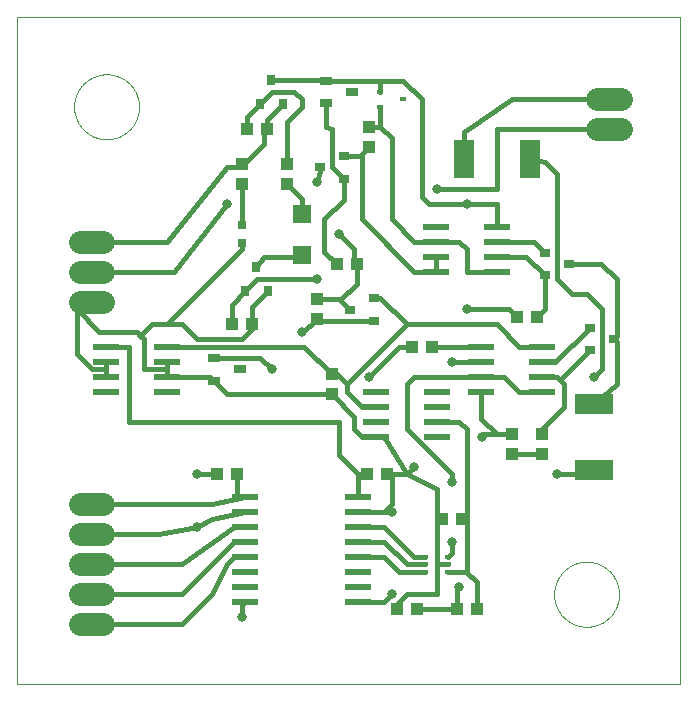
<source format=gtl>
G75*
%MOIN*%
%OFA0B0*%
%FSLAX25Y25*%
%IPPOS*%
%LPD*%
%AMOC8*
5,1,8,0,0,1.08239X$1,22.5*
%
%ADD10C,0.00000*%
%ADD11R,0.03937X0.04331*%
%ADD12R,0.04331X0.03937*%
%ADD13R,0.08661X0.02362*%
%ADD14R,0.03937X0.02756*%
%ADD15R,0.03150X0.03150*%
%ADD16R,0.05906X0.05906*%
%ADD17R,0.12598X0.07087*%
%ADD18R,0.07087X0.12598*%
%ADD19R,0.03100X0.03500*%
%ADD20R,0.03500X0.03100*%
%ADD21C,0.07800*%
%ADD22R,0.02362X0.01575*%
%ADD23C,0.01600*%
%ADD24C,0.03169*%
D10*
X0001000Y0001000D02*
X0001000Y0223461D01*
X0222201Y0223461D01*
X0222201Y0001000D01*
X0001000Y0001000D01*
X0180173Y0031000D02*
X0180176Y0031266D01*
X0180186Y0031531D01*
X0180202Y0031796D01*
X0180225Y0032061D01*
X0180254Y0032325D01*
X0180290Y0032589D01*
X0180332Y0032851D01*
X0180381Y0033112D01*
X0180436Y0033372D01*
X0180497Y0033631D01*
X0180565Y0033888D01*
X0180639Y0034143D01*
X0180719Y0034396D01*
X0180806Y0034648D01*
X0180898Y0034897D01*
X0180997Y0035143D01*
X0181102Y0035388D01*
X0181213Y0035629D01*
X0181329Y0035868D01*
X0181451Y0036104D01*
X0181580Y0036337D01*
X0181713Y0036566D01*
X0181853Y0036792D01*
X0181998Y0037015D01*
X0182148Y0037234D01*
X0182304Y0037450D01*
X0182465Y0037661D01*
X0182631Y0037869D01*
X0182802Y0038072D01*
X0182978Y0038271D01*
X0183159Y0038466D01*
X0183344Y0038656D01*
X0183534Y0038841D01*
X0183729Y0039022D01*
X0183928Y0039198D01*
X0184131Y0039369D01*
X0184339Y0039535D01*
X0184550Y0039696D01*
X0184766Y0039852D01*
X0184985Y0040002D01*
X0185208Y0040147D01*
X0185434Y0040287D01*
X0185663Y0040420D01*
X0185896Y0040549D01*
X0186132Y0040671D01*
X0186371Y0040787D01*
X0186612Y0040898D01*
X0186857Y0041003D01*
X0187103Y0041102D01*
X0187352Y0041194D01*
X0187604Y0041281D01*
X0187857Y0041361D01*
X0188112Y0041435D01*
X0188369Y0041503D01*
X0188628Y0041564D01*
X0188888Y0041619D01*
X0189149Y0041668D01*
X0189411Y0041710D01*
X0189675Y0041746D01*
X0189939Y0041775D01*
X0190204Y0041798D01*
X0190469Y0041814D01*
X0190734Y0041824D01*
X0191000Y0041827D01*
X0191266Y0041824D01*
X0191531Y0041814D01*
X0191796Y0041798D01*
X0192061Y0041775D01*
X0192325Y0041746D01*
X0192589Y0041710D01*
X0192851Y0041668D01*
X0193112Y0041619D01*
X0193372Y0041564D01*
X0193631Y0041503D01*
X0193888Y0041435D01*
X0194143Y0041361D01*
X0194396Y0041281D01*
X0194648Y0041194D01*
X0194897Y0041102D01*
X0195143Y0041003D01*
X0195388Y0040898D01*
X0195629Y0040787D01*
X0195868Y0040671D01*
X0196104Y0040549D01*
X0196337Y0040420D01*
X0196566Y0040287D01*
X0196792Y0040147D01*
X0197015Y0040002D01*
X0197234Y0039852D01*
X0197450Y0039696D01*
X0197661Y0039535D01*
X0197869Y0039369D01*
X0198072Y0039198D01*
X0198271Y0039022D01*
X0198466Y0038841D01*
X0198656Y0038656D01*
X0198841Y0038466D01*
X0199022Y0038271D01*
X0199198Y0038072D01*
X0199369Y0037869D01*
X0199535Y0037661D01*
X0199696Y0037450D01*
X0199852Y0037234D01*
X0200002Y0037015D01*
X0200147Y0036792D01*
X0200287Y0036566D01*
X0200420Y0036337D01*
X0200549Y0036104D01*
X0200671Y0035868D01*
X0200787Y0035629D01*
X0200898Y0035388D01*
X0201003Y0035143D01*
X0201102Y0034897D01*
X0201194Y0034648D01*
X0201281Y0034396D01*
X0201361Y0034143D01*
X0201435Y0033888D01*
X0201503Y0033631D01*
X0201564Y0033372D01*
X0201619Y0033112D01*
X0201668Y0032851D01*
X0201710Y0032589D01*
X0201746Y0032325D01*
X0201775Y0032061D01*
X0201798Y0031796D01*
X0201814Y0031531D01*
X0201824Y0031266D01*
X0201827Y0031000D01*
X0201824Y0030734D01*
X0201814Y0030469D01*
X0201798Y0030204D01*
X0201775Y0029939D01*
X0201746Y0029675D01*
X0201710Y0029411D01*
X0201668Y0029149D01*
X0201619Y0028888D01*
X0201564Y0028628D01*
X0201503Y0028369D01*
X0201435Y0028112D01*
X0201361Y0027857D01*
X0201281Y0027604D01*
X0201194Y0027352D01*
X0201102Y0027103D01*
X0201003Y0026857D01*
X0200898Y0026612D01*
X0200787Y0026371D01*
X0200671Y0026132D01*
X0200549Y0025896D01*
X0200420Y0025663D01*
X0200287Y0025434D01*
X0200147Y0025208D01*
X0200002Y0024985D01*
X0199852Y0024766D01*
X0199696Y0024550D01*
X0199535Y0024339D01*
X0199369Y0024131D01*
X0199198Y0023928D01*
X0199022Y0023729D01*
X0198841Y0023534D01*
X0198656Y0023344D01*
X0198466Y0023159D01*
X0198271Y0022978D01*
X0198072Y0022802D01*
X0197869Y0022631D01*
X0197661Y0022465D01*
X0197450Y0022304D01*
X0197234Y0022148D01*
X0197015Y0021998D01*
X0196792Y0021853D01*
X0196566Y0021713D01*
X0196337Y0021580D01*
X0196104Y0021451D01*
X0195868Y0021329D01*
X0195629Y0021213D01*
X0195388Y0021102D01*
X0195143Y0020997D01*
X0194897Y0020898D01*
X0194648Y0020806D01*
X0194396Y0020719D01*
X0194143Y0020639D01*
X0193888Y0020565D01*
X0193631Y0020497D01*
X0193372Y0020436D01*
X0193112Y0020381D01*
X0192851Y0020332D01*
X0192589Y0020290D01*
X0192325Y0020254D01*
X0192061Y0020225D01*
X0191796Y0020202D01*
X0191531Y0020186D01*
X0191266Y0020176D01*
X0191000Y0020173D01*
X0190734Y0020176D01*
X0190469Y0020186D01*
X0190204Y0020202D01*
X0189939Y0020225D01*
X0189675Y0020254D01*
X0189411Y0020290D01*
X0189149Y0020332D01*
X0188888Y0020381D01*
X0188628Y0020436D01*
X0188369Y0020497D01*
X0188112Y0020565D01*
X0187857Y0020639D01*
X0187604Y0020719D01*
X0187352Y0020806D01*
X0187103Y0020898D01*
X0186857Y0020997D01*
X0186612Y0021102D01*
X0186371Y0021213D01*
X0186132Y0021329D01*
X0185896Y0021451D01*
X0185663Y0021580D01*
X0185434Y0021713D01*
X0185208Y0021853D01*
X0184985Y0021998D01*
X0184766Y0022148D01*
X0184550Y0022304D01*
X0184339Y0022465D01*
X0184131Y0022631D01*
X0183928Y0022802D01*
X0183729Y0022978D01*
X0183534Y0023159D01*
X0183344Y0023344D01*
X0183159Y0023534D01*
X0182978Y0023729D01*
X0182802Y0023928D01*
X0182631Y0024131D01*
X0182465Y0024339D01*
X0182304Y0024550D01*
X0182148Y0024766D01*
X0181998Y0024985D01*
X0181853Y0025208D01*
X0181713Y0025434D01*
X0181580Y0025663D01*
X0181451Y0025896D01*
X0181329Y0026132D01*
X0181213Y0026371D01*
X0181102Y0026612D01*
X0180997Y0026857D01*
X0180898Y0027103D01*
X0180806Y0027352D01*
X0180719Y0027604D01*
X0180639Y0027857D01*
X0180565Y0028112D01*
X0180497Y0028369D01*
X0180436Y0028628D01*
X0180381Y0028888D01*
X0180332Y0029149D01*
X0180290Y0029411D01*
X0180254Y0029675D01*
X0180225Y0029939D01*
X0180202Y0030204D01*
X0180186Y0030469D01*
X0180176Y0030734D01*
X0180173Y0031000D01*
X0020173Y0193500D02*
X0020176Y0193766D01*
X0020186Y0194031D01*
X0020202Y0194296D01*
X0020225Y0194561D01*
X0020254Y0194825D01*
X0020290Y0195089D01*
X0020332Y0195351D01*
X0020381Y0195612D01*
X0020436Y0195872D01*
X0020497Y0196131D01*
X0020565Y0196388D01*
X0020639Y0196643D01*
X0020719Y0196896D01*
X0020806Y0197148D01*
X0020898Y0197397D01*
X0020997Y0197643D01*
X0021102Y0197888D01*
X0021213Y0198129D01*
X0021329Y0198368D01*
X0021451Y0198604D01*
X0021580Y0198837D01*
X0021713Y0199066D01*
X0021853Y0199292D01*
X0021998Y0199515D01*
X0022148Y0199734D01*
X0022304Y0199950D01*
X0022465Y0200161D01*
X0022631Y0200369D01*
X0022802Y0200572D01*
X0022978Y0200771D01*
X0023159Y0200966D01*
X0023344Y0201156D01*
X0023534Y0201341D01*
X0023729Y0201522D01*
X0023928Y0201698D01*
X0024131Y0201869D01*
X0024339Y0202035D01*
X0024550Y0202196D01*
X0024766Y0202352D01*
X0024985Y0202502D01*
X0025208Y0202647D01*
X0025434Y0202787D01*
X0025663Y0202920D01*
X0025896Y0203049D01*
X0026132Y0203171D01*
X0026371Y0203287D01*
X0026612Y0203398D01*
X0026857Y0203503D01*
X0027103Y0203602D01*
X0027352Y0203694D01*
X0027604Y0203781D01*
X0027857Y0203861D01*
X0028112Y0203935D01*
X0028369Y0204003D01*
X0028628Y0204064D01*
X0028888Y0204119D01*
X0029149Y0204168D01*
X0029411Y0204210D01*
X0029675Y0204246D01*
X0029939Y0204275D01*
X0030204Y0204298D01*
X0030469Y0204314D01*
X0030734Y0204324D01*
X0031000Y0204327D01*
X0031266Y0204324D01*
X0031531Y0204314D01*
X0031796Y0204298D01*
X0032061Y0204275D01*
X0032325Y0204246D01*
X0032589Y0204210D01*
X0032851Y0204168D01*
X0033112Y0204119D01*
X0033372Y0204064D01*
X0033631Y0204003D01*
X0033888Y0203935D01*
X0034143Y0203861D01*
X0034396Y0203781D01*
X0034648Y0203694D01*
X0034897Y0203602D01*
X0035143Y0203503D01*
X0035388Y0203398D01*
X0035629Y0203287D01*
X0035868Y0203171D01*
X0036104Y0203049D01*
X0036337Y0202920D01*
X0036566Y0202787D01*
X0036792Y0202647D01*
X0037015Y0202502D01*
X0037234Y0202352D01*
X0037450Y0202196D01*
X0037661Y0202035D01*
X0037869Y0201869D01*
X0038072Y0201698D01*
X0038271Y0201522D01*
X0038466Y0201341D01*
X0038656Y0201156D01*
X0038841Y0200966D01*
X0039022Y0200771D01*
X0039198Y0200572D01*
X0039369Y0200369D01*
X0039535Y0200161D01*
X0039696Y0199950D01*
X0039852Y0199734D01*
X0040002Y0199515D01*
X0040147Y0199292D01*
X0040287Y0199066D01*
X0040420Y0198837D01*
X0040549Y0198604D01*
X0040671Y0198368D01*
X0040787Y0198129D01*
X0040898Y0197888D01*
X0041003Y0197643D01*
X0041102Y0197397D01*
X0041194Y0197148D01*
X0041281Y0196896D01*
X0041361Y0196643D01*
X0041435Y0196388D01*
X0041503Y0196131D01*
X0041564Y0195872D01*
X0041619Y0195612D01*
X0041668Y0195351D01*
X0041710Y0195089D01*
X0041746Y0194825D01*
X0041775Y0194561D01*
X0041798Y0194296D01*
X0041814Y0194031D01*
X0041824Y0193766D01*
X0041827Y0193500D01*
X0041824Y0193234D01*
X0041814Y0192969D01*
X0041798Y0192704D01*
X0041775Y0192439D01*
X0041746Y0192175D01*
X0041710Y0191911D01*
X0041668Y0191649D01*
X0041619Y0191388D01*
X0041564Y0191128D01*
X0041503Y0190869D01*
X0041435Y0190612D01*
X0041361Y0190357D01*
X0041281Y0190104D01*
X0041194Y0189852D01*
X0041102Y0189603D01*
X0041003Y0189357D01*
X0040898Y0189112D01*
X0040787Y0188871D01*
X0040671Y0188632D01*
X0040549Y0188396D01*
X0040420Y0188163D01*
X0040287Y0187934D01*
X0040147Y0187708D01*
X0040002Y0187485D01*
X0039852Y0187266D01*
X0039696Y0187050D01*
X0039535Y0186839D01*
X0039369Y0186631D01*
X0039198Y0186428D01*
X0039022Y0186229D01*
X0038841Y0186034D01*
X0038656Y0185844D01*
X0038466Y0185659D01*
X0038271Y0185478D01*
X0038072Y0185302D01*
X0037869Y0185131D01*
X0037661Y0184965D01*
X0037450Y0184804D01*
X0037234Y0184648D01*
X0037015Y0184498D01*
X0036792Y0184353D01*
X0036566Y0184213D01*
X0036337Y0184080D01*
X0036104Y0183951D01*
X0035868Y0183829D01*
X0035629Y0183713D01*
X0035388Y0183602D01*
X0035143Y0183497D01*
X0034897Y0183398D01*
X0034648Y0183306D01*
X0034396Y0183219D01*
X0034143Y0183139D01*
X0033888Y0183065D01*
X0033631Y0182997D01*
X0033372Y0182936D01*
X0033112Y0182881D01*
X0032851Y0182832D01*
X0032589Y0182790D01*
X0032325Y0182754D01*
X0032061Y0182725D01*
X0031796Y0182702D01*
X0031531Y0182686D01*
X0031266Y0182676D01*
X0031000Y0182673D01*
X0030734Y0182676D01*
X0030469Y0182686D01*
X0030204Y0182702D01*
X0029939Y0182725D01*
X0029675Y0182754D01*
X0029411Y0182790D01*
X0029149Y0182832D01*
X0028888Y0182881D01*
X0028628Y0182936D01*
X0028369Y0182997D01*
X0028112Y0183065D01*
X0027857Y0183139D01*
X0027604Y0183219D01*
X0027352Y0183306D01*
X0027103Y0183398D01*
X0026857Y0183497D01*
X0026612Y0183602D01*
X0026371Y0183713D01*
X0026132Y0183829D01*
X0025896Y0183951D01*
X0025663Y0184080D01*
X0025434Y0184213D01*
X0025208Y0184353D01*
X0024985Y0184498D01*
X0024766Y0184648D01*
X0024550Y0184804D01*
X0024339Y0184965D01*
X0024131Y0185131D01*
X0023928Y0185302D01*
X0023729Y0185478D01*
X0023534Y0185659D01*
X0023344Y0185844D01*
X0023159Y0186034D01*
X0022978Y0186229D01*
X0022802Y0186428D01*
X0022631Y0186631D01*
X0022465Y0186839D01*
X0022304Y0187050D01*
X0022148Y0187266D01*
X0021998Y0187485D01*
X0021853Y0187708D01*
X0021713Y0187934D01*
X0021580Y0188163D01*
X0021451Y0188396D01*
X0021329Y0188632D01*
X0021213Y0188871D01*
X0021102Y0189112D01*
X0020997Y0189357D01*
X0020898Y0189603D01*
X0020806Y0189852D01*
X0020719Y0190104D01*
X0020639Y0190357D01*
X0020565Y0190612D01*
X0020497Y0190869D01*
X0020436Y0191128D01*
X0020381Y0191388D01*
X0020332Y0191649D01*
X0020290Y0191911D01*
X0020254Y0192175D01*
X0020225Y0192439D01*
X0020202Y0192704D01*
X0020186Y0192969D01*
X0020176Y0193234D01*
X0020173Y0193500D01*
D11*
X0077654Y0186000D03*
X0084346Y0186000D03*
X0107654Y0141000D03*
X0114346Y0141000D03*
X0132654Y0113500D03*
X0139346Y0113500D03*
X0167654Y0123500D03*
X0174346Y0123500D03*
X0106000Y0104346D03*
X0106000Y0097654D03*
X0079346Y0121000D03*
X0072654Y0121000D03*
X0127654Y0026000D03*
X0134346Y0026000D03*
X0147654Y0026000D03*
X0154346Y0026000D03*
D12*
X0149346Y0056000D03*
X0142654Y0056000D03*
X0124346Y0071000D03*
X0117654Y0071000D03*
X0074346Y0071000D03*
X0067654Y0071000D03*
X0101000Y0122654D03*
X0101000Y0129346D03*
X0091000Y0167654D03*
X0091000Y0174346D03*
X0076000Y0174346D03*
X0076000Y0167654D03*
X0118500Y0180154D03*
X0118500Y0186846D03*
X0166000Y0084346D03*
X0166000Y0077654D03*
X0176000Y0077654D03*
X0176000Y0084346D03*
D13*
X0176236Y0098500D03*
X0176236Y0103500D03*
X0176236Y0108500D03*
X0176236Y0113500D03*
X0155764Y0113500D03*
X0155764Y0108500D03*
X0155764Y0103500D03*
X0155764Y0098500D03*
X0141236Y0098500D03*
X0141236Y0093500D03*
X0141236Y0088500D03*
X0141236Y0083500D03*
X0120764Y0083500D03*
X0120764Y0088500D03*
X0120764Y0093500D03*
X0120764Y0098500D03*
X0114898Y0063500D03*
X0114898Y0058500D03*
X0114898Y0053500D03*
X0114898Y0048500D03*
X0114898Y0043500D03*
X0114898Y0038500D03*
X0114898Y0033500D03*
X0114898Y0028500D03*
X0077201Y0028500D03*
X0077201Y0033500D03*
X0077201Y0038500D03*
X0077201Y0043500D03*
X0077201Y0048500D03*
X0077201Y0053500D03*
X0077201Y0058500D03*
X0077201Y0063500D03*
X0051236Y0098500D03*
X0051236Y0103500D03*
X0051236Y0108500D03*
X0051236Y0113500D03*
X0030764Y0113500D03*
X0030764Y0108500D03*
X0030764Y0103500D03*
X0030764Y0098500D03*
X0140764Y0138500D03*
X0140764Y0143500D03*
X0140764Y0148500D03*
X0140764Y0153500D03*
X0161236Y0153500D03*
X0161236Y0148500D03*
X0161236Y0143500D03*
X0161236Y0138500D03*
D14*
X0104169Y0194760D03*
X0104169Y0202240D03*
X0112831Y0198500D03*
X0066669Y0109740D03*
X0066669Y0102260D03*
X0075331Y0106000D03*
D15*
X0076000Y0148047D03*
X0076000Y0153953D03*
D16*
X0096000Y0157890D03*
X0096000Y0144110D03*
D17*
X0193500Y0094524D03*
X0193500Y0072476D03*
D18*
X0172024Y0176000D03*
X0149976Y0176000D03*
D19*
X0089700Y0194500D03*
X0082100Y0194500D03*
X0085900Y0202500D03*
X0080900Y0140000D03*
X0077100Y0132000D03*
X0084700Y0132000D03*
D20*
X0112000Y0125900D03*
X0120000Y0122100D03*
X0120000Y0129700D03*
X0110000Y0169600D03*
X0110000Y0177200D03*
X0102000Y0173400D03*
X0177000Y0144900D03*
X0177000Y0137300D03*
X0185000Y0141100D03*
X0192000Y0119900D03*
X0192000Y0112300D03*
X0200000Y0116100D03*
D21*
X0202400Y0186000D02*
X0194600Y0186000D01*
X0194600Y0196000D02*
X0202400Y0196000D01*
X0029900Y0148500D02*
X0022100Y0148500D01*
X0022100Y0138500D02*
X0029900Y0138500D01*
X0029900Y0128500D02*
X0022100Y0128500D01*
X0022100Y0061000D02*
X0029900Y0061000D01*
X0029900Y0051000D02*
X0022100Y0051000D01*
X0022100Y0041000D02*
X0029900Y0041000D01*
X0029900Y0031000D02*
X0022100Y0031000D01*
X0022100Y0021000D02*
X0029900Y0021000D01*
D22*
X0137260Y0038441D03*
X0137260Y0041000D03*
X0137260Y0043559D03*
X0144740Y0043559D03*
X0144740Y0041000D03*
X0144740Y0038441D03*
X0122260Y0193441D03*
X0122260Y0198559D03*
X0129740Y0196000D03*
D23*
X0129760Y0202240D02*
X0136000Y0196000D01*
X0136000Y0163500D01*
X0138500Y0161000D01*
X0151000Y0161000D01*
X0161000Y0161000D01*
X0161236Y0160764D01*
X0161236Y0153500D01*
X0161236Y0148500D02*
X0173400Y0148500D01*
X0177000Y0144900D01*
X0170800Y0143500D02*
X0177000Y0137300D01*
X0177000Y0126154D01*
X0174346Y0123500D01*
X0167654Y0123500D02*
X0165154Y0126000D01*
X0151000Y0126000D01*
X0161000Y0121000D02*
X0131000Y0121000D01*
X0122300Y0129700D01*
X0120000Y0129700D01*
X0114346Y0134346D02*
X0108950Y0128950D01*
X0112000Y0125900D01*
X0108950Y0128950D02*
X0108554Y0129346D01*
X0101000Y0129346D01*
X0101000Y0136000D02*
X0081100Y0136000D01*
X0077100Y0132000D01*
X0072654Y0127554D01*
X0072654Y0121000D01*
X0072100Y0121554D01*
X0076000Y0116000D02*
X0061000Y0116000D01*
X0056000Y0121000D01*
X0051000Y0121000D01*
X0076000Y0146000D01*
X0076000Y0148047D01*
X0076000Y0153953D02*
X0076000Y0167654D01*
X0075154Y0173500D02*
X0071000Y0173500D01*
X0051000Y0148500D01*
X0026000Y0148500D01*
X0026000Y0138500D02*
X0053500Y0138500D01*
X0071000Y0161000D01*
X0075154Y0173500D02*
X0076000Y0174346D01*
X0076846Y0174346D01*
X0083500Y0181000D01*
X0083500Y0185154D01*
X0084346Y0186000D01*
X0084346Y0189146D01*
X0089700Y0194500D01*
X0086100Y0198500D02*
X0093500Y0198500D01*
X0096000Y0196000D01*
X0096000Y0193500D01*
X0091000Y0188500D01*
X0091000Y0174346D01*
X0091000Y0167654D02*
X0096000Y0162654D01*
X0096000Y0157890D01*
X0103500Y0156000D02*
X0103500Y0145154D01*
X0107654Y0141000D01*
X0113500Y0141846D02*
X0114346Y0141000D01*
X0114346Y0134346D01*
X0113500Y0141846D02*
X0113500Y0146000D01*
X0108500Y0151000D01*
X0103500Y0156000D02*
X0110000Y0162500D01*
X0110000Y0169600D01*
X0106000Y0173600D01*
X0106000Y0186000D01*
X0104169Y0186669D01*
X0104169Y0194760D01*
X0104169Y0202240D02*
X0121000Y0202240D01*
X0122260Y0202240D01*
X0122260Y0198559D01*
X0122260Y0202240D02*
X0129760Y0202240D01*
X0122260Y0193441D02*
X0122260Y0186846D01*
X0126000Y0183106D01*
X0126000Y0156000D01*
X0133500Y0148500D01*
X0140764Y0148500D01*
X0148500Y0148500D01*
X0151000Y0146000D01*
X0151000Y0138500D01*
X0161236Y0138500D01*
X0161236Y0143500D02*
X0170800Y0143500D01*
X0181000Y0136000D02*
X0181000Y0171000D01*
X0177024Y0174976D01*
X0172024Y0176000D01*
X0161000Y0166000D02*
X0141000Y0166000D01*
X0149976Y0176000D02*
X0149976Y0184976D01*
X0166000Y0196000D01*
X0198500Y0196000D01*
X0198500Y0186000D02*
X0161000Y0186000D01*
X0161000Y0166000D01*
X0140764Y0143500D02*
X0140764Y0138500D01*
X0133500Y0138500D01*
X0116000Y0156000D01*
X0116000Y0176746D01*
X0115546Y0177200D01*
X0118500Y0180154D01*
X0115546Y0177200D02*
X0110000Y0177200D01*
X0102000Y0173400D02*
X0102000Y0172000D01*
X0101000Y0168500D01*
X0118500Y0186846D02*
X0122260Y0186846D01*
X0104429Y0202500D02*
X0104169Y0202240D01*
X0104429Y0202500D02*
X0085900Y0202500D01*
X0086100Y0198500D02*
X0082100Y0194500D01*
X0077654Y0190054D01*
X0077654Y0186000D01*
X0096000Y0144110D02*
X0095390Y0143500D01*
X0083500Y0143500D01*
X0080900Y0140000D01*
X0084700Y0132000D02*
X0079346Y0126646D01*
X0079346Y0121000D01*
X0079346Y0119346D01*
X0076000Y0116000D01*
X0079346Y0121000D02*
X0079700Y0121354D01*
X0082260Y0109740D02*
X0066669Y0109740D01*
X0065429Y0103500D02*
X0066669Y0102260D01*
X0071276Y0097654D01*
X0106000Y0097654D01*
X0113500Y0090154D01*
X0113500Y0086000D01*
X0116000Y0083500D01*
X0120764Y0083500D01*
X0123500Y0083500D01*
X0131000Y0071000D01*
X0126000Y0071000D01*
X0126000Y0061000D01*
X0123500Y0058500D01*
X0126000Y0058500D01*
X0123500Y0058500D02*
X0114898Y0058500D01*
X0114898Y0063500D02*
X0114898Y0071000D01*
X0108500Y0077398D01*
X0108500Y0088500D01*
X0038500Y0088500D01*
X0038500Y0113500D01*
X0030764Y0113500D01*
X0030764Y0108500D02*
X0031000Y0108264D01*
X0030764Y0108500D02*
X0030764Y0106000D01*
X0026000Y0106000D01*
X0021000Y0111000D01*
X0021000Y0126000D01*
X0028500Y0118500D01*
X0041000Y0118500D01*
X0042250Y0117250D01*
X0046000Y0121000D01*
X0051000Y0121000D01*
X0051236Y0113500D02*
X0096846Y0113500D01*
X0106000Y0104346D01*
X0107654Y0104346D01*
X0111000Y0101000D01*
X0131000Y0121000D01*
X0132654Y0113500D02*
X0128500Y0113500D01*
X0118500Y0103500D01*
X0111000Y0101000D02*
X0111000Y0098500D01*
X0116000Y0093500D01*
X0120764Y0093500D01*
X0131000Y0086000D02*
X0131000Y0101000D01*
X0133500Y0103500D01*
X0155764Y0103500D01*
X0163500Y0103500D01*
X0168500Y0098500D01*
X0176236Y0098500D01*
X0176236Y0103500D02*
X0181000Y0103500D01*
X0182200Y0102300D01*
X0192000Y0112300D01*
X0196000Y0106000D02*
X0193500Y0103500D01*
X0196000Y0106000D02*
X0196000Y0126000D01*
X0191000Y0131000D01*
X0186000Y0131000D01*
X0181000Y0136000D01*
X0185000Y0141100D02*
X0195900Y0141100D01*
X0201000Y0136000D01*
X0201000Y0117100D01*
X0200000Y0116100D01*
X0201000Y0115100D01*
X0201000Y0101000D01*
X0193500Y0094524D01*
X0183500Y0093500D02*
X0183500Y0101000D01*
X0182200Y0102300D01*
X0180600Y0108500D02*
X0176236Y0108500D01*
X0180600Y0108500D02*
X0192000Y0119900D01*
X0176236Y0113500D02*
X0168500Y0113500D01*
X0161000Y0121000D01*
X0155764Y0113500D02*
X0139346Y0113500D01*
X0146000Y0108500D02*
X0155764Y0108500D01*
X0155764Y0098500D02*
X0155764Y0089583D01*
X0161000Y0084346D01*
X0156000Y0084346D01*
X0156000Y0083500D01*
X0151000Y0086000D02*
X0151000Y0054346D01*
X0151000Y0038500D01*
X0150941Y0038441D01*
X0154346Y0035035D01*
X0154346Y0026000D01*
X0147654Y0026000D02*
X0147654Y0032654D01*
X0148500Y0033500D01*
X0150941Y0038441D02*
X0144740Y0038441D01*
X0144740Y0041000D02*
X0141000Y0041000D01*
X0141000Y0031000D01*
X0131000Y0031000D01*
X0127654Y0027654D01*
X0127654Y0026000D01*
X0123500Y0028500D02*
X0126000Y0031000D01*
X0123500Y0028500D02*
X0114898Y0028500D01*
X0128500Y0038500D02*
X0132319Y0038500D01*
X0137260Y0038441D01*
X0137260Y0041000D02*
X0131000Y0041000D01*
X0123500Y0048500D01*
X0114898Y0048500D01*
X0114898Y0043500D02*
X0123500Y0043500D01*
X0128500Y0038500D01*
X0133500Y0043500D02*
X0123500Y0053500D01*
X0114898Y0053500D01*
X0114898Y0071000D02*
X0117654Y0071000D01*
X0124346Y0071000D02*
X0126000Y0071000D01*
X0131000Y0071000D02*
X0141000Y0066000D01*
X0141000Y0054346D01*
X0141000Y0041000D01*
X0144740Y0043559D02*
X0146000Y0044819D01*
X0146000Y0048500D01*
X0141000Y0054346D02*
X0142654Y0056000D01*
X0149346Y0056000D02*
X0151000Y0054346D01*
X0146000Y0068500D02*
X0146000Y0071000D01*
X0131000Y0086000D01*
X0141236Y0088500D02*
X0148500Y0088500D01*
X0151000Y0086000D01*
X0161000Y0084346D02*
X0166000Y0084346D01*
X0166000Y0077654D02*
X0176000Y0077654D01*
X0176000Y0084346D02*
X0176000Y0086000D01*
X0183500Y0093500D01*
X0193500Y0072476D02*
X0192024Y0071000D01*
X0181000Y0071000D01*
X0137260Y0043559D02*
X0134819Y0043500D01*
X0133500Y0043500D01*
X0134346Y0026000D02*
X0147654Y0026000D01*
X0131000Y0071000D02*
X0133500Y0073500D01*
X0099346Y0121000D02*
X0096000Y0118500D01*
X0099346Y0121000D02*
X0101000Y0122654D01*
X0101554Y0122100D01*
X0120000Y0122100D01*
X0086000Y0106000D02*
X0082260Y0109740D01*
X0065429Y0103500D02*
X0051236Y0103500D01*
X0051236Y0108500D01*
X0051000Y0108264D01*
X0051000Y0106000D01*
X0043500Y0106000D01*
X0043500Y0116000D01*
X0042250Y0117250D01*
X0030764Y0106000D02*
X0030764Y0103500D01*
X0021000Y0126000D02*
X0021000Y0128500D01*
X0026000Y0128500D01*
X0061000Y0071000D02*
X0067654Y0071000D01*
X0074346Y0071000D02*
X0074346Y0063500D01*
X0077201Y0063500D01*
X0066000Y0061000D01*
X0026000Y0061000D01*
X0026000Y0051000D02*
X0048500Y0051000D01*
X0061000Y0053500D01*
X0066000Y0056000D01*
X0077201Y0058500D01*
X0077201Y0053500D02*
X0073500Y0053500D01*
X0056000Y0041000D01*
X0026000Y0041000D01*
X0026000Y0031000D02*
X0056000Y0031000D01*
X0073500Y0048500D01*
X0077201Y0048500D01*
X0077201Y0043500D02*
X0073500Y0043500D01*
X0071000Y0041000D01*
X0066000Y0031000D01*
X0056000Y0021000D01*
X0026000Y0021000D01*
X0076000Y0023500D02*
X0076000Y0027299D01*
X0077201Y0028500D01*
D24*
X0076000Y0023500D03*
X0061000Y0053500D03*
X0061000Y0071000D03*
X0086000Y0106000D03*
X0096000Y0118500D03*
X0101000Y0136000D03*
X0108500Y0151000D03*
X0101000Y0168500D03*
X0071000Y0161000D03*
X0118500Y0103500D03*
X0146000Y0108500D03*
X0151000Y0126000D03*
X0151000Y0161000D03*
X0141000Y0166000D03*
X0193500Y0103500D03*
X0181000Y0071000D03*
X0156000Y0083500D03*
X0146000Y0068500D03*
X0133500Y0073500D03*
X0126000Y0058500D03*
X0146000Y0048500D03*
X0148500Y0033500D03*
X0126000Y0031000D03*
M02*

</source>
